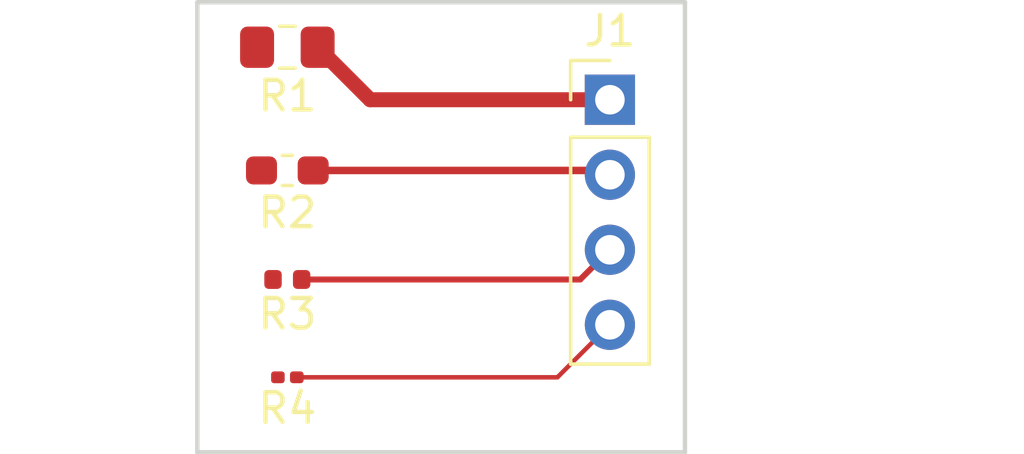
<source format=kicad_pcb>
(kicad_pcb (version 20171130) (host pcbnew "(5.0.0-3-g5ebb6b6)")

  (general
    (thickness 1.6)
    (drawings 4)
    (tracks 8)
    (zones 0)
    (modules 5)
    (nets 5)
  )

  (page A4)
  (layers
    (0 F.Cu signal)
    (31 B.Cu signal)
    (32 B.Adhes user)
    (33 F.Adhes user)
    (34 B.Paste user)
    (35 F.Paste user)
    (36 B.SilkS user)
    (37 F.SilkS user)
    (38 B.Mask user)
    (39 F.Mask user)
    (40 Dwgs.User user)
    (41 Cmts.User user)
    (42 Eco1.User user)
    (43 Eco2.User user)
    (44 Edge.Cuts user)
    (45 Margin user)
    (46 B.CrtYd user)
    (47 F.CrtYd user)
    (48 B.Fab user)
    (49 F.Fab user)
  )

  (setup
    (last_trace_width 0.25)
    (user_trace_width 0.1524)
    (user_trace_width 0.2032)
    (user_trace_width 0.254)
    (user_trace_width 0.508)
    (trace_clearance 0.2)
    (zone_clearance 0.508)
    (zone_45_only no)
    (trace_min 0.1524)
    (segment_width 0.2)
    (edge_width 0.15)
    (via_size 0.8)
    (via_drill 0.4)
    (via_min_size 0.4)
    (via_min_drill 0.3)
    (uvia_size 0.3)
    (uvia_drill 0.1)
    (uvias_allowed no)
    (uvia_min_size 0.2)
    (uvia_min_drill 0.1)
    (pcb_text_width 0.3)
    (pcb_text_size 1.5 1.5)
    (mod_edge_width 0.15)
    (mod_text_size 1 1)
    (mod_text_width 0.15)
    (pad_size 1.524 1.524)
    (pad_drill 0.762)
    (pad_to_mask_clearance 0.2)
    (aux_axis_origin 0 0)
    (visible_elements FFFFFF7F)
    (pcbplotparams
      (layerselection 0x01000_7fffffff)
      (usegerberextensions true)
      (usegerberattributes false)
      (usegerberadvancedattributes false)
      (creategerberjobfile false)
      (excludeedgelayer true)
      (linewidth 0.100000)
      (plotframeref false)
      (viasonmask false)
      (mode 1)
      (useauxorigin false)
      (hpglpennumber 1)
      (hpglpenspeed 20)
      (hpglpendiameter 15.000000)
      (psnegative false)
      (psa4output false)
      (plotreference true)
      (plotvalue true)
      (plotinvisibletext false)
      (padsonsilk false)
      (subtractmaskfromsilk false)
      (outputformat 1)
      (mirror false)
      (drillshape 0)
      (scaleselection 1)
      (outputdirectory ""))
  )

  (net 0 "")
  (net 1 "Net-(J1-Pad1)")
  (net 2 "Net-(J1-Pad2)")
  (net 3 "Net-(J1-Pad3)")
  (net 4 "Net-(J1-Pad4)")

  (net_class Default "This is the default net class."
    (clearance 0.2)
    (trace_width 0.25)
    (via_dia 0.8)
    (via_drill 0.4)
    (uvia_dia 0.3)
    (uvia_drill 0.1)
    (add_net "Net-(J1-Pad1)")
    (add_net "Net-(J1-Pad2)")
    (add_net "Net-(J1-Pad3)")
    (add_net "Net-(J1-Pad4)")
  )

  (module Connector_PinHeader_2.54mm:PinHeader_1x04_P2.54mm_Vertical (layer F.Cu) (tedit 59FED5CC) (tstamp 5C38FC18)
    (at 124.46 89.662)
    (descr "Through hole straight pin header, 1x04, 2.54mm pitch, single row")
    (tags "Through hole pin header THT 1x04 2.54mm single row")
    (path /5C2CDECA)
    (fp_text reference J1 (at 0 -2.33) (layer F.SilkS)
      (effects (font (size 1 1) (thickness 0.15)))
    )
    (fp_text value Conn_01x04 (at 9.350999 0.968999) (layer F.Fab)
      (effects (font (size 1 1) (thickness 0.15)))
    )
    (fp_line (start -0.635 -1.27) (end 1.27 -1.27) (layer F.Fab) (width 0.1))
    (fp_line (start 1.27 -1.27) (end 1.27 8.89) (layer F.Fab) (width 0.1))
    (fp_line (start 1.27 8.89) (end -1.27 8.89) (layer F.Fab) (width 0.1))
    (fp_line (start -1.27 8.89) (end -1.27 -0.635) (layer F.Fab) (width 0.1))
    (fp_line (start -1.27 -0.635) (end -0.635 -1.27) (layer F.Fab) (width 0.1))
    (fp_line (start -1.33 8.95) (end 1.33 8.95) (layer F.SilkS) (width 0.12))
    (fp_line (start -1.33 1.27) (end -1.33 8.95) (layer F.SilkS) (width 0.12))
    (fp_line (start 1.33 1.27) (end 1.33 8.95) (layer F.SilkS) (width 0.12))
    (fp_line (start -1.33 1.27) (end 1.33 1.27) (layer F.SilkS) (width 0.12))
    (fp_line (start -1.33 0) (end -1.33 -1.33) (layer F.SilkS) (width 0.12))
    (fp_line (start -1.33 -1.33) (end 0 -1.33) (layer F.SilkS) (width 0.12))
    (fp_line (start -1.8 -1.8) (end -1.8 9.4) (layer F.CrtYd) (width 0.05))
    (fp_line (start -1.8 9.4) (end 1.8 9.4) (layer F.CrtYd) (width 0.05))
    (fp_line (start 1.8 9.4) (end 1.8 -1.8) (layer F.CrtYd) (width 0.05))
    (fp_line (start 1.8 -1.8) (end -1.8 -1.8) (layer F.CrtYd) (width 0.05))
    (fp_text user %R (at 0 3.81 90) (layer F.Fab)
      (effects (font (size 1 1) (thickness 0.15)))
    )
    (pad 1 thru_hole rect (at 0 0) (size 1.7 1.7) (drill 1) (layers *.Cu *.Mask)
      (net 1 "Net-(J1-Pad1)"))
    (pad 2 thru_hole oval (at 0 2.54) (size 1.7 1.7) (drill 1) (layers *.Cu *.Mask)
      (net 2 "Net-(J1-Pad2)"))
    (pad 3 thru_hole oval (at 0 5.08) (size 1.7 1.7) (drill 1) (layers *.Cu *.Mask)
      (net 3 "Net-(J1-Pad3)"))
    (pad 4 thru_hole oval (at 0 7.62) (size 1.7 1.7) (drill 1) (layers *.Cu *.Mask)
      (net 4 "Net-(J1-Pad4)"))
    (model ${KISYS3DMOD}/Connector_PinHeader_2.54mm.3dshapes/PinHeader_1x04_P2.54mm_Vertical.wrl
      (at (xyz 0 0 0))
      (scale (xyz 1 1 1))
      (rotate (xyz 0 0 0))
    )
  )

  (module Resistor_SMD:R_0805_2012Metric_Pad1.15x1.40mm_HandSolder (layer F.Cu) (tedit 5B36C52B) (tstamp 5C38FC29)
    (at 113.538 87.884 180)
    (descr "Resistor SMD 0805 (2012 Metric), square (rectangular) end terminal, IPC_7351 nominal with elongated pad for handsoldering. (Body size source: https://docs.google.com/spreadsheets/d/1BsfQQcO9C6DZCsRaXUlFlo91Tg2WpOkGARC1WS5S8t0/edit?usp=sharing), generated with kicad-footprint-generator")
    (tags "resistor handsolder")
    (path /5C2CDFAB)
    (attr smd)
    (fp_text reference R1 (at 0 -1.65 180) (layer F.SilkS)
      (effects (font (size 1 1) (thickness 0.15)))
    )
    (fp_text value R_Small (at 6.604 0 180) (layer F.Fab)
      (effects (font (size 1 1) (thickness 0.15)))
    )
    (fp_line (start -1 0.6) (end -1 -0.6) (layer F.Fab) (width 0.1))
    (fp_line (start -1 -0.6) (end 1 -0.6) (layer F.Fab) (width 0.1))
    (fp_line (start 1 -0.6) (end 1 0.6) (layer F.Fab) (width 0.1))
    (fp_line (start 1 0.6) (end -1 0.6) (layer F.Fab) (width 0.1))
    (fp_line (start -0.261252 -0.71) (end 0.261252 -0.71) (layer F.SilkS) (width 0.12))
    (fp_line (start -0.261252 0.71) (end 0.261252 0.71) (layer F.SilkS) (width 0.12))
    (fp_line (start -1.85 0.95) (end -1.85 -0.95) (layer F.CrtYd) (width 0.05))
    (fp_line (start -1.85 -0.95) (end 1.85 -0.95) (layer F.CrtYd) (width 0.05))
    (fp_line (start 1.85 -0.95) (end 1.85 0.95) (layer F.CrtYd) (width 0.05))
    (fp_line (start 1.85 0.95) (end -1.85 0.95) (layer F.CrtYd) (width 0.05))
    (fp_text user %R (at 0 0 180) (layer F.Fab)
      (effects (font (size 0.5 0.5) (thickness 0.08)))
    )
    (pad 1 smd roundrect (at -1.025 0 180) (size 1.15 1.4) (layers F.Cu F.Paste F.Mask) (roundrect_rratio 0.217391)
      (net 1 "Net-(J1-Pad1)"))
    (pad 2 smd roundrect (at 1.025 0 180) (size 1.15 1.4) (layers F.Cu F.Paste F.Mask) (roundrect_rratio 0.217391))
    (model ${KISYS3DMOD}/Resistor_SMD.3dshapes/R_0805_2012Metric.wrl
      (at (xyz 0 0 0))
      (scale (xyz 1 1 1))
      (rotate (xyz 0 0 0))
    )
  )

  (module Resistor_SMD:R_0603_1608Metric_Pad1.05x0.95mm_HandSolder (layer F.Cu) (tedit 5B301BBD) (tstamp 5C38FC3A)
    (at 113.538 92.056 180)
    (descr "Resistor SMD 0603 (1608 Metric), square (rectangular) end terminal, IPC_7351 nominal with elongated pad for handsoldering. (Body size source: http://www.tortai-tech.com/upload/download/2011102023233369053.pdf), generated with kicad-footprint-generator")
    (tags "resistor handsolder")
    (path /5C2CDFE1)
    (attr smd)
    (fp_text reference R2 (at 0 -1.43 180) (layer F.SilkS)
      (effects (font (size 1 1) (thickness 0.15)))
    )
    (fp_text value R_Small (at 6.096 -0.146 180) (layer F.Fab)
      (effects (font (size 1 1) (thickness 0.15)))
    )
    (fp_line (start -0.8 0.4) (end -0.8 -0.4) (layer F.Fab) (width 0.1))
    (fp_line (start -0.8 -0.4) (end 0.8 -0.4) (layer F.Fab) (width 0.1))
    (fp_line (start 0.8 -0.4) (end 0.8 0.4) (layer F.Fab) (width 0.1))
    (fp_line (start 0.8 0.4) (end -0.8 0.4) (layer F.Fab) (width 0.1))
    (fp_line (start -0.171267 -0.51) (end 0.171267 -0.51) (layer F.SilkS) (width 0.12))
    (fp_line (start -0.171267 0.51) (end 0.171267 0.51) (layer F.SilkS) (width 0.12))
    (fp_line (start -1.65 0.73) (end -1.65 -0.73) (layer F.CrtYd) (width 0.05))
    (fp_line (start -1.65 -0.73) (end 1.65 -0.73) (layer F.CrtYd) (width 0.05))
    (fp_line (start 1.65 -0.73) (end 1.65 0.73) (layer F.CrtYd) (width 0.05))
    (fp_line (start 1.65 0.73) (end -1.65 0.73) (layer F.CrtYd) (width 0.05))
    (fp_text user %R (at 0 0 180) (layer F.Fab)
      (effects (font (size 0.4 0.4) (thickness 0.06)))
    )
    (pad 1 smd roundrect (at -0.875 0 180) (size 1.05 0.95) (layers F.Cu F.Paste F.Mask) (roundrect_rratio 0.25)
      (net 2 "Net-(J1-Pad2)"))
    (pad 2 smd roundrect (at 0.875 0 180) (size 1.05 0.95) (layers F.Cu F.Paste F.Mask) (roundrect_rratio 0.25))
    (model ${KISYS3DMOD}/Resistor_SMD.3dshapes/R_0603_1608Metric.wrl
      (at (xyz 0 0 0))
      (scale (xyz 1 1 1))
      (rotate (xyz 0 0 0))
    )
  )

  (module Resistor_SMD:R_0402_1005Metric (layer F.Cu) (tedit 5B301BBD) (tstamp 5C38FDEA)
    (at 113.538 95.748 180)
    (descr "Resistor SMD 0402 (1005 Metric), square (rectangular) end terminal, IPC_7351 nominal, (Body size source: http://www.tortai-tech.com/upload/download/2011102023233369053.pdf), generated with kicad-footprint-generator")
    (tags resistor)
    (path /5C2CDFF5)
    (attr smd)
    (fp_text reference R3 (at 0 -1.17 180) (layer F.SilkS)
      (effects (font (size 1 1) (thickness 0.15)))
    )
    (fp_text value R_Small (at 6.604 -0.01 180) (layer F.Fab)
      (effects (font (size 1 1) (thickness 0.15)))
    )
    (fp_line (start -0.5 0.25) (end -0.5 -0.25) (layer F.Fab) (width 0.1))
    (fp_line (start -0.5 -0.25) (end 0.5 -0.25) (layer F.Fab) (width 0.1))
    (fp_line (start 0.5 -0.25) (end 0.5 0.25) (layer F.Fab) (width 0.1))
    (fp_line (start 0.5 0.25) (end -0.5 0.25) (layer F.Fab) (width 0.1))
    (fp_line (start -0.93 0.47) (end -0.93 -0.47) (layer F.CrtYd) (width 0.05))
    (fp_line (start -0.93 -0.47) (end 0.93 -0.47) (layer F.CrtYd) (width 0.05))
    (fp_line (start 0.93 -0.47) (end 0.93 0.47) (layer F.CrtYd) (width 0.05))
    (fp_line (start 0.93 0.47) (end -0.93 0.47) (layer F.CrtYd) (width 0.05))
    (fp_text user %R (at 0 0 180) (layer F.Fab)
      (effects (font (size 0.25 0.25) (thickness 0.04)))
    )
    (pad 1 smd roundrect (at -0.485 0 180) (size 0.59 0.64) (layers F.Cu F.Paste F.Mask) (roundrect_rratio 0.25)
      (net 3 "Net-(J1-Pad3)"))
    (pad 2 smd roundrect (at 0.485 0 180) (size 0.59 0.64) (layers F.Cu F.Paste F.Mask) (roundrect_rratio 0.25))
    (model ${KISYS3DMOD}/Resistor_SMD.3dshapes/R_0402_1005Metric.wrl
      (at (xyz 0 0 0))
      (scale (xyz 1 1 1))
      (rotate (xyz 0 0 0))
    )
  )

  (module Resistor_SMD:R_0201_0603Metric (layer F.Cu) (tedit 5B301BBD) (tstamp 5C38FC5A)
    (at 113.538 99.06 180)
    (descr "Resistor SMD 0201 (0603 Metric), square (rectangular) end terminal, IPC_7351 nominal, (Body size source: https://www.vishay.com/docs/20052/crcw0201e3.pdf), generated with kicad-footprint-generator")
    (tags resistor)
    (path /5C2CE00D)
    (attr smd)
    (fp_text reference R4 (at 0 -1.05 180) (layer F.SilkS)
      (effects (font (size 1 1) (thickness 0.15)))
    )
    (fp_text value R_Small (at 6.604 -0.254 180) (layer F.Fab)
      (effects (font (size 1 1) (thickness 0.15)))
    )
    (fp_line (start -0.3 0.15) (end -0.3 -0.15) (layer F.Fab) (width 0.1))
    (fp_line (start -0.3 -0.15) (end 0.3 -0.15) (layer F.Fab) (width 0.1))
    (fp_line (start 0.3 -0.15) (end 0.3 0.15) (layer F.Fab) (width 0.1))
    (fp_line (start 0.3 0.15) (end -0.3 0.15) (layer F.Fab) (width 0.1))
    (fp_line (start -0.7 0.35) (end -0.7 -0.35) (layer F.CrtYd) (width 0.05))
    (fp_line (start -0.7 -0.35) (end 0.7 -0.35) (layer F.CrtYd) (width 0.05))
    (fp_line (start 0.7 -0.35) (end 0.7 0.35) (layer F.CrtYd) (width 0.05))
    (fp_line (start 0.7 0.35) (end -0.7 0.35) (layer F.CrtYd) (width 0.05))
    (fp_text user %R (at 0 -0.68 180) (layer F.Fab)
      (effects (font (size 0.25 0.25) (thickness 0.04)))
    )
    (pad "" smd roundrect (at -0.345 0 180) (size 0.318 0.36) (layers F.Paste) (roundrect_rratio 0.25))
    (pad "" smd roundrect (at 0.345 0 180) (size 0.318 0.36) (layers F.Paste) (roundrect_rratio 0.25))
    (pad 1 smd roundrect (at -0.32 0 180) (size 0.46 0.4) (layers F.Cu F.Mask) (roundrect_rratio 0.25)
      (net 4 "Net-(J1-Pad4)"))
    (pad 2 smd roundrect (at 0.32 0 180) (size 0.46 0.4) (layers F.Cu F.Mask) (roundrect_rratio 0.25))
    (model ${KISYS3DMOD}/Resistor_SMD.3dshapes/R_0201_0603Metric.wrl
      (at (xyz 0 0 0))
      (scale (xyz 1 1 1))
      (rotate (xyz 0 0 0))
    )
  )

  (gr_line (start 127 86.36) (end 110.49 86.36) (layer Edge.Cuts) (width 0.15))
  (gr_line (start 127 101.6) (end 127 86.36) (layer Edge.Cuts) (width 0.15))
  (gr_line (start 110.49 101.6) (end 127 101.6) (layer Edge.Cuts) (width 0.15))
  (gr_line (start 110.49 86.36) (end 110.49 101.6) (layer Edge.Cuts) (width 0.15))

  (segment (start 116.341 89.662) (end 114.563 87.884) (width 0.508) (layer F.Cu) (net 1))
  (segment (start 124.46 89.662) (end 116.341 89.662) (width 0.508) (layer F.Cu) (net 1))
  (segment (start 124.314 92.056) (end 124.46 92.202) (width 0.254) (layer F.Cu) (net 2))
  (segment (start 114.413 92.056) (end 124.314 92.056) (width 0.254) (layer F.Cu) (net 2))
  (segment (start 123.454 95.748) (end 124.46 94.742) (width 0.2032) (layer F.Cu) (net 3))
  (segment (start 114.023 95.748) (end 123.454 95.748) (width 0.2032) (layer F.Cu) (net 3))
  (segment (start 122.682 99.06) (end 124.46 97.282) (width 0.1524) (layer F.Cu) (net 4))
  (segment (start 113.858 99.06) (end 122.682 99.06) (width 0.1524) (layer F.Cu) (net 4))

)

</source>
